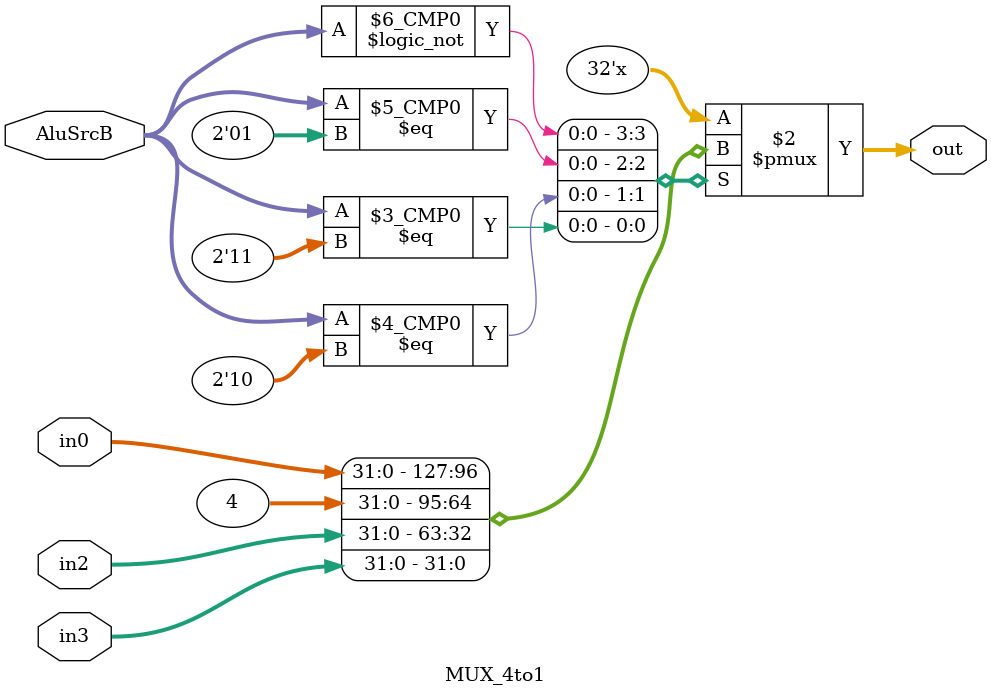
<source format=v>
`timescale 1ns / 1ps


module MUX_4to1(
    input [1:0]AluSrcB,
    input [31:0]in0,
    input [31:0]in2,
    input [31:0]in3,
    output reg [31:0]out
);
always@(*)
begin
    case(AluSrcB)
    2'b 00: out=in0;
    2'b 01: out=4;
    2'b 10: out=in2;
    2'b 11: out=in3;
    endcase
end
endmodule

</source>
